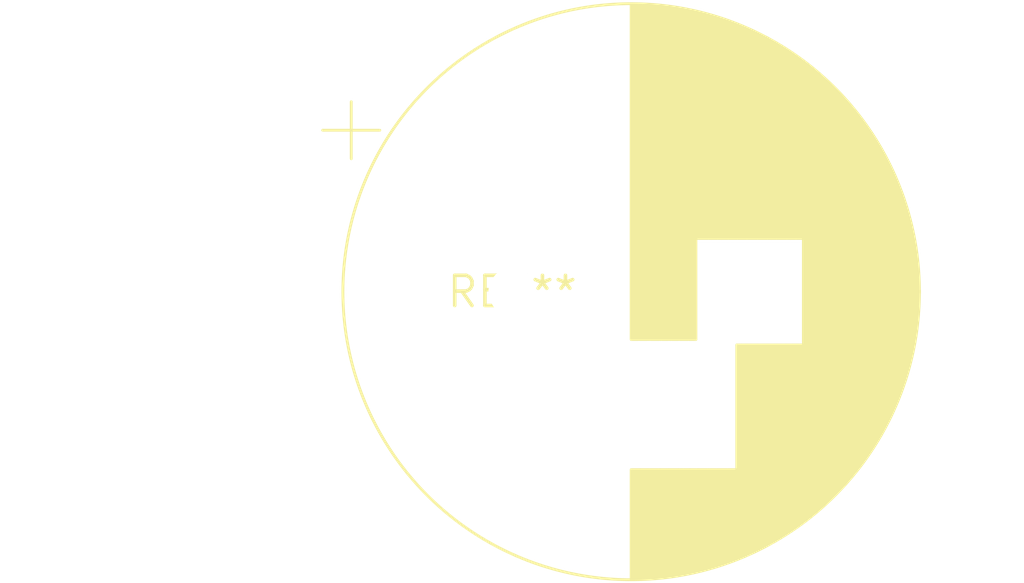
<source format=kicad_pcb>
(kicad_pcb (version 20240108) (generator pcbnew)
  (layers (0 "F.Cu" signal) (31 "B.Cu" signal) (34 "B.Paste" user) (35 "F.Paste" user) (36 "B.SilkS" user "B.Silkscreen") (37 "F.SilkS" user "F.Silkscreen") (38 "B.Mask" user) (39 "F.Mask" user) (44 "Edge.Cuts" user))
  (net 0 "")
  (footprint "CP_Radial_D24.0mm_P10.00mm_3pin_SnapIn" (layer "F.Cu") (at 0 0)
    (property "Reference" "REF**")
    (property "Value" "CP_Radial_D24.0mm_P10.00mm_3pin_SnapIn")
    (fp_line (start -7.969285 -6.795) (end -5.569285 -6.795) (layer "F.SilkS") (stroke (width 0.12)))
    (fp_line (start -6.769285 -7.995) (end -6.769285 -5.595) (layer "F.SilkS") (stroke (width 0.12)))
    (fp_line (start 5 -12.081) (end 5 2.01) (layer "F.SilkS") (stroke (width 0.12)))
    (fp_line (start 5 7.49) (end 5 12.081) (layer "F.SilkS") (stroke (width 0.12)))
    (fp_line (start 5.04 -12.08) (end 5.04 2.01) (layer "F.SilkS") (stroke (width 0.12)))
    (fp_line (start 5.04 7.49) (end 5.04 12.08) (layer "F.SilkS") (stroke (width 0.12)))
    (fp_line (start 5.08 -12.08) (end 5.08 2.01) (layer "F.SilkS") (stroke (width 0.12)))
    (fp_line (start 5.08 7.49) (end 5.08 12.08) (layer "F.SilkS") (stroke (width 0.12)))
    (fp_line (start 5.12 -12.08) (end 5.12 2.01) (layer "F.SilkS") (stroke (width 0.12)))
    (fp_line (start 5.12 7.49) (end 5.12 12.08) (layer "F.SilkS") (stroke (width 0.12)))
    (fp_line (start 5.16 -12.079) (end 5.16 2.01) (layer "F.SilkS") (stroke (width 0.12)))
    (fp_line (start 5.16 7.49) (end 5.16 12.079) (layer "F.SilkS") (stroke (width 0.12)))
    (fp_line (start 5.2 -12.079) (end 5.2 2.01) (layer "F.SilkS") (stroke (width 0.12)))
    (fp_line (start 5.2 7.49) (end 5.2 12.079) (layer "F.SilkS") (stroke (width 0.12)))
    (fp_line (start 5.24 -12.078) (end 5.24 2.01) (layer "F.SilkS") (stroke (width 0.12)))
    (fp_line (start 5.24 7.49) (end 5.24 12.078) (layer "F.SilkS") (stroke (width 0.12)))
    (fp_line (start 5.28 -12.077) (end 5.28 2.01) (layer "F.SilkS") (stroke (width 0.12)))
    (fp_line (start 5.28 7.49) (end 5.28 12.077) (layer "F.SilkS") (stroke (width 0.12)))
    (fp_line (start 5.32 -12.076) (end 5.32 2.01) (layer "F.SilkS") (stroke (width 0.12)))
    (fp_line (start 5.32 7.49) (end 5.32 12.076) (layer "F.SilkS") (stroke (width 0.12)))
    (fp_line (start 5.36 -12.075) (end 5.36 2.01) (layer "F.SilkS") (stroke (width 0.12)))
    (fp_line (start 5.36 7.49) (end 5.36 12.075) (layer "F.SilkS") (stroke (width 0.12)))
    (fp_line (start 5.4 -12.074) (end 5.4 2.01) (layer "F.SilkS") (stroke (width 0.12)))
    (fp_line (start 5.4 7.49) (end 5.4 12.074) (layer "F.SilkS") (stroke (width 0.12)))
    (fp_line (start 5.44 -12.073) (end 5.44 2.01) (layer "F.SilkS") (stroke (width 0.12)))
    (fp_line (start 5.44 7.49) (end 5.44 12.073) (layer "F.SilkS") (stroke (width 0.12)))
    (fp_line (start 5.48 -12.071) (end 5.48 2.01) (layer "F.SilkS") (stroke (width 0.12)))
    (fp_line (start 5.48 7.49) (end 5.48 12.071) (layer "F.SilkS") (stroke (width 0.12)))
    (fp_line (start 5.52 -12.069) (end 5.52 2.01) (layer "F.SilkS") (stroke (width 0.12)))
    (fp_line (start 5.52 7.49) (end 5.52 12.069) (layer "F.SilkS") (stroke (width 0.12)))
    (fp_line (start 5.56 -12.068) (end 5.56 2.01) (layer "F.SilkS") (stroke (width 0.12)))
    (fp_line (start 5.56 7.49) (end 5.56 12.068) (layer "F.SilkS") (stroke (width 0.12)))
    (fp_line (start 5.6 -12.066) (end 5.6 2.01) (layer "F.SilkS") (stroke (width 0.12)))
    (fp_line (start 5.6 7.49) (end 5.6 12.066) (layer "F.SilkS") (stroke (width 0.12)))
    (fp_line (start 5.64 -12.064) (end 5.64 2.01) (layer "F.SilkS") (stroke (width 0.12)))
    (fp_line (start 5.64 7.49) (end 5.64 12.064) (layer "F.SilkS") (stroke (width 0.12)))
    (fp_line (start 5.68 -12.061) (end 5.68 2.01) (layer "F.SilkS") (stroke (width 0.12)))
    (fp_line (start 5.68 7.49) (end 5.68 12.061) (layer "F.SilkS") (stroke (width 0.12)))
    (fp_line (start 5.721 -12.059) (end 5.721 2.01) (layer "F.SilkS") (stroke (width 0.12)))
    (fp_line (start 5.721 7.49) (end 5.721 12.059) (layer "F.SilkS") (stroke (width 0.12)))
    (fp_line (start 5.761 -12.057) (end 5.761 2.01) (layer "F.SilkS") (stroke (width 0.12)))
    (fp_line (start 5.761 7.49) (end 5.761 12.057) (layer "F.SilkS") (stroke (width 0.12)))
    (fp_line (start 5.801 -12.054) (end 5.801 2.01) (layer "F.SilkS") (stroke (width 0.12)))
    (fp_line (start 5.801 7.49) (end 5.801 12.054) (layer "F.SilkS") (stroke (width 0.12)))
    (fp_line (start 5.841 -12.051) (end 5.841 2.01) (layer "F.SilkS") (stroke (width 0.12)))
    (fp_line (start 5.841 7.49) (end 5.841 12.051) (layer "F.SilkS") (stroke (width 0.12)))
    (fp_line (start 5.881 -12.049) (end 5.881 2.01) (layer "F.SilkS") (stroke (width 0.12)))
    (fp_line (start 5.881 7.49) (end 5.881 12.049) (layer "F.SilkS") (stroke (width 0.12)))
    (fp_line (start 5.921 -12.046) (end 5.921 2.01) (layer "F.SilkS") (stroke (width 0.12)))
    (fp_line (start 5.921 7.49) (end 5.921 12.046) (layer "F.SilkS") (stroke (width 0.12)))
    (fp_line (start 5.961 -12.042) (end 5.961 2.01) (layer "F.SilkS") (stroke (width 0.12)))
    (fp_line (start 5.961 7.49) (end 5.961 12.042) (layer "F.SilkS") (stroke (width 0.12)))
    (fp_line (start 6.001 -12.039) (end 6.001 2.01) (layer "F.SilkS") (stroke (width 0.12)))
    (fp_line (start 6.001 7.49) (end 6.001 12.039) (layer "F.SilkS") (stroke (width 0.12)))
    (fp_line (start 6.041 -12.036) (end 6.041 2.01) (layer "F.SilkS") (stroke (width 0.12)))
    (fp_line (start 6.041 7.49) (end 6.041 12.036) (layer "F.SilkS") (stroke (width 0.12)))
    (fp_line (start 6.081 -12.032) (end 6.081 2.01) (layer "F.SilkS") (stroke (width 0.12)))
    (fp_line (start 6.081 7.49) (end 6.081 12.032) (layer "F.SilkS") (stroke (width 0.12)))
    (fp_line (start 6.121 -12.029) (end 6.121 2.01) (layer "F.SilkS") (stroke (width 0.12)))
    (fp_line (start 6.121 7.49) (end 6.121 12.029) (layer "F.SilkS") (stroke (width 0.12)))
    (fp_line (start 6.161 -12.025) (end 6.161 2.01) (layer "F.SilkS") (stroke (width 0.12)))
    (fp_line (start 6.161 7.49) (end 6.161 12.025) (layer "F.SilkS") (stroke (width 0.12)))
    (fp_line (start 6.201 -12.021) (end 6.201 2.01) (layer "F.SilkS") (stroke (width 0.12)))
    (fp_line (start 6.201 7.49) (end 6.201 12.021) (layer "F.SilkS") (stroke (width 0.12)))
    (fp_line (start 6.241 -12.017) (end 6.241 2.01) (layer "F.SilkS") (stroke (width 0.12)))
    (fp_line (start 6.241 7.49) (end 6.241 12.017) (layer "F.SilkS") (stroke (width 0.12)))
    (fp_line (start 6.281 -12.013) (end 6.281 2.01) (layer "F.SilkS") (stroke (width 0.12)))
    (fp_line (start 6.281 7.49) (end 6.281 12.013) (layer "F.SilkS") (stroke (width 0.12)))
    (fp_line (start 6.321 -12.008) (end 6.321 2.01) (layer "F.SilkS") (stroke (width 0.12)))
    (fp_line (start 6.321 7.49) (end 6.321 12.008) (layer "F.SilkS") (stroke (width 0.12)))
    (fp_line (start 6.361 -12.004) (end 6.361 2.01) (layer "F.SilkS") (stroke (width 0.12)))
    (fp_line (start 6.361 7.49) (end 6.361 12.004) (layer "F.SilkS") (stroke (width 0.12)))
    (fp_line (start 6.401 -11.999) (end 6.401 2.01) (layer "F.SilkS") (stroke (width 0.12)))
    (fp_line (start 6.401 7.49) (end 6.401 11.999) (layer "F.SilkS") (stroke (width 0.12)))
    (fp_line (start 6.441 -11.995) (end 6.441 2.01) (layer "F.SilkS") (stroke (width 0.12)))
    (fp_line (start 6.441 7.49) (end 6.441 11.995) (layer "F.SilkS") (stroke (width 0.12)))
    (fp_line (start 6.481 -11.99) (end 6.481 2.01) (layer "F.SilkS") (stroke (width 0.12)))
    (fp_line (start 6.481 7.49) (end 6.481 11.99) (layer "F.SilkS") (stroke (width 0.12)))
    (fp_line (start 6.521 -11.985) (end 6.521 2.01) (layer "F.SilkS") (stroke (width 0.12)))
    (fp_line (start 6.521 7.49) (end 6.521 11.985) (layer "F.SilkS") (stroke (width 0.12)))
    (fp_line (start 6.561 -11.98) (end 6.561 2.01) (layer "F.SilkS") (stroke (width 0.12)))
    (fp_line (start 6.561 7.49) (end 6.561 11.98) (layer "F.SilkS") (stroke (width 0.12)))
    (fp_line (start 6.601 -11.974) (end 6.601 2.01) (layer "F.SilkS") (stroke (width 0.12)))
    (fp_line (start 6.601 7.49) (end 6.601 11.974) (layer "F.SilkS") (stroke (width 0.12)))
    (fp_line (start 6.641 -11.969) (end 6.641 2.01) (layer "F.SilkS") (stroke (width 0.12)))
    (fp_line (start 6.641 7.49) (end 6.641 11.969) (layer "F.SilkS") (stroke (width 0.12)))
    (fp_line (start 6.681 -11.963) (end 6.681 2.01) (layer "F.SilkS") (stroke (width 0.12)))
    (fp_line (start 6.681 7.49) (end 6.681 11.963) (layer "F.SilkS") (stroke (width 0.12)))
    (fp_line (start 6.721 -11.958) (end 6.721 2.01) (layer "F.SilkS") (stroke (width 0.12)))
    (fp_line (start 6.721 7.49) (end 6.721 11.958) (layer "F.SilkS") (stroke (width 0.12)))
    (fp_line (start 6.761 -11.952) (end 6.761 2.01) (layer "F.SilkS") (stroke (width 0.12)))
    (fp_line (start 6.761 7.49) (end 6.761 11.952) (layer "F.SilkS") (stroke (width 0.12)))
    (fp_line (start 6.801 -11.946) (end 6.801 2.01) (layer "F.SilkS") (stroke (width 0.12)))
    (fp_line (start 6.801 7.49) (end 6.801 11.946) (layer "F.SilkS") (stroke (width 0.12)))
    (fp_line (start 6.841 -11.94) (end 6.841 2.01) (layer "F.SilkS") (stroke (width 0.12)))
    (fp_line (start 6.841 7.49) (end 6.841 11.94) (layer "F.SilkS") (stroke (width 0.12)))
    (fp_line (start 6.881 -11.934) (end 6.881 2.01) (layer "F.SilkS") (stroke (width 0.12)))
    (fp_line (start 6.881 7.49) (end 6.881 11.934) (layer "F.SilkS") (stroke (width 0.12)))
    (fp_line (start 6.921 -11.927) (end 6.921 2.01) (layer "F.SilkS") (stroke (width 0.12)))
    (fp_line (start 6.921 7.49) (end 6.921 11.927) (layer "F.SilkS") (stroke (width 0.12)))
    (fp_line (start 6.961 -11.921) (end 6.961 2.01) (layer "F.SilkS") (stroke (width 0.12)))
    (fp_line (start 6.961 7.49) (end 6.961 11.921) (layer "F.SilkS") (stroke (width 0.12)))
    (fp_line (start 7.001 -11.914) (end 7.001 2.01) (layer "F.SilkS") (stroke (width 0.12)))
    (fp_line (start 7.001 7.49) (end 7.001 11.914) (layer "F.SilkS") (stroke (width 0.12)))
    (fp_line (start 7.041 -11.908) (end 7.041 2.01) (layer "F.SilkS") (stroke (width 0.12)))
    (fp_line (start 7.041 7.49) (end 7.041 11.908) (layer "F.SilkS") (stroke (width 0.12)))
    (fp_line (start 7.081 -11.901) (end 7.081 2.01) (layer "F.SilkS") (stroke (width 0.12)))
    (fp_line (start 7.081 7.49) (end 7.081 11.901) (layer "F.SilkS") (stroke (width 0.12)))
    (fp_line (start 7.121 -11.894) (end 7.121 2.01) (layer "F.SilkS") (stroke (width 0.12)))
    (fp_line (start 7.121 7.49) (end 7.121 11.894) (layer "F.SilkS") (stroke (width 0.12)))
    (fp_line (start 7.161 -11.886) (end 7.161 2.01) (layer "F.SilkS") (stroke (width 0.12)))
    (fp_line (start 7.161 7.49) (end 7.161 11.886) (layer "F.SilkS") (stroke (width 0.12)))
    (fp_line (start 7.201 -11.879) (end 7.201 2.01) (layer "F.SilkS") (stroke (width 0.12)))
    (fp_line (start 7.201 7.49) (end 7.201 11.879) (layer "F.SilkS") (stroke (width 0.12)))
    (fp_line (start 7.241 -11.872) (end 7.241 2.01) (layer "F.SilkS") (stroke (width 0.12)))
    (fp_line (start 7.241 7.49) (end 7.241 11.872) (layer "F.SilkS") (stroke (width 0.12)))
    (fp_line (start 7.281 -11.864) (end 7.281 2.01) (layer "F.SilkS") (stroke (width 0.12)))
    (fp_line (start 7.281 7.49) (end 7.281 11.864) (layer "F.SilkS") (stroke (width 0.12)))
    (fp_line (start 7.321 -11.856) (end 7.321 2.01) (layer "F.SilkS") (stroke (width 0.12)))
    (fp_line (start 7.321 7.49) (end 7.321 11.856) (layer "F.SilkS") (stroke (width 0.12)))
    (fp_line (start 7.361 -11.849) (end 7.361 2.01) (layer "F.SilkS") (stroke (width 0.12)))
    (fp_line (start 7.361 7.49) (end 7.361 11.849) (layer "F.SilkS") (stroke (width 0.12)))
    (fp_line (start 7.401 -11.841) (end 7.401 2.01) (layer "F.SilkS") (stroke (width 0.12)))
    (fp_line (start 7.401 7.49) (end 7.401 11.841) (layer "F.SilkS") (stroke (width 0.12)))
    (fp_line (start 7.441 -11.832) (end 7.441 2.01) (layer "F.SilkS") (stroke (width 0.12)))
    (fp_line (start 7.441 7.49) (end 7.441 11.832) (layer "F.SilkS") (stroke (width 0.12)))
    (fp_line (start 7.481 -11.824) (end 7.481 2.01) (layer "F.SilkS") (stroke (width 0.12)))
    (fp_line (start 7.481 7.49) (end 7.481 11.824) (layer "F.SilkS") (stroke (width 0.12)))
    (fp_line (start 7.521 -11.816) (end 7.521 2.01) (layer "F.SilkS") (stroke (width 0.12)))
    (fp_line (start 7.521 7.49) (end 7.521 11.816) (layer "F.SilkS") (stroke (width 0.12)))
    (fp_line (start 7.561 -11.807) (end 7.561 2.01) (layer "F.SilkS") (stroke (width 0.12)))
    (fp_line (start 7.561 7.49) (end 7.561 11.807) (layer "F.SilkS") (stroke (width 0.12)))
    (fp_line (start 7.601 -11.798) (end 7.601 2.01) (layer "F.SilkS") (stroke (width 0.12)))
    (fp_line (start 7.601 7.49) (end 7.601 11.798) (layer "F.SilkS") (stroke (width 0.12)))
    (fp_line (start 7.641 -11.789) (end 7.641 2.01) (layer "F.SilkS") (stroke (width 0.12)))
    (fp_line (start 7.641 7.49) (end 7.641 11.789) (layer "F.SilkS") (stroke (width 0.12)))
    (fp_line (start 7.681 -11.78) (end 7.681 2.01) (layer "F.SilkS") (stroke (width 0.12)))
    (fp_line (start 7.681 7.49) (end 7.681 11.78) (layer "F.SilkS") (stroke (width 0.12)))
    (fp_line (start 7.721 -11.771) (end 7.721 2.01) (layer "F.SilkS") (stroke (width 0.12)))
    (fp_line (start 7.721 7.49) (end 7.721 11.771) (layer "F.SilkS") (stroke (width 0.12)))
    (fp_line (start 7.761 -11.762) (end 7.761 -2.24) (layer "F.SilkS") (stroke (width 0.12)))
    (fp_line (start 7.761 7.49) (end 7.761 11.762) (layer "F.SilkS") (stroke (width 0.12)))
    (fp_line (start 7.801 -11.753) (end 7.801 -2.24) (layer "F.SilkS") (stroke (width 0.12)))
    (fp_line (start 7.801 7.49) (end 7.801 11.753) (layer "F.SilkS") (stroke (width 0.12)))
    (fp_line (start 7.841 -11.743) (end 7.841 -2.24) (layer "F.SilkS") (stroke (width 0.12)))
    (fp_line (start 7.841 7.49) (end 7.841 11.743) (layer "F.SilkS") (stroke (width 0.12)))
    (fp_line (start 7.881 -11.733) (end 7.881 -2.24) (layer "F.SilkS") (stroke (width 0.12)))
    (fp_line (start 7.881 7.49) (end 7.881 11.733) (layer "F.SilkS") (stroke (width 0.12)))
    (fp_line (start 7.921 -11.723) (end 7.921 -2.24) (layer "F.SilkS") (stroke (width 0.12)))
    (fp_line (start 7.921 7.49) (end 7.921 11.723) (layer "F.SilkS") (stroke (width 0.12)))
    (fp_line (start 7.961 -11.713) (end 7.961 -2.24) (layer "F.SilkS") (stroke (width 0.12)))
    (fp_line (start 7.961 7.49) (end 7.961 11.713) (layer "F.SilkS") (stroke (width 0.12)))
    (fp_line (start 8.001 -11.703) (end 8.001 -2.24) (layer "F.SilkS") (stroke (width 0.12)))
    (fp_line (start 8.001 7.49) (end 8.001 11.703) (layer "F.SilkS") (stroke (width 0.12)))
    (fp_line (start 8.041 -11.693) (end 8.041 -2.24) (layer "F.SilkS") (stroke (width 0.12)))
    (fp_line (start 8.041 7.49) (end 8.041 11.693) (layer "F.SilkS") (stroke (width 0.12)))
    (fp_line (start 8.081 -11.683) (end 8.081 -2.24) (layer "F.SilkS") (stroke (width 0.12)))
    (fp_line (start 8.081 7.49) (end 8.081 11.683) (layer "F.SilkS") (stroke (width 0.12)))
    (fp_line (start 8.121 -11.672) (end 8.121 -2.24) (layer "F.SilkS") (stroke (width 0.12)))
    (fp_line (start 8.121 7.49) (end 8.121 11.672) (layer "F.SilkS") (stroke (width 0.12)))
    (fp_line (start 8.161 -11.661) (end 8.161 -2.24) (layer "F.SilkS") (stroke (width 0.12)))
    (fp_line (start 8.161 7.49) (end 8.161 11.661) (layer "F.SilkS") (stroke (width 0.12)))
    (fp_line (start 8.201 -11.65) (end 8.201 -2.24) (layer "F.SilkS") (stroke (width 0.12)))
    (fp_line (start 8.201 7.49) (end 8.201 11.65) (layer "F.SilkS") (stroke (width 0.12)))
    (fp_line (start 8.241 -11.639) (end 8.241 -2.24) (layer "F.SilkS") (stroke (width 0.12)))
    (fp_line (start 8.241 7.49) (end 8.241 11.639) (layer "F.SilkS") (stroke (width 0.12)))
    (fp_line (start 8.281 -11.628) (end 8.281 -2.24) (layer "F.SilkS") (stroke (width 0.12)))
    (fp_line (start 8.281 7.49) (end 8.281 11.628) (layer "F.SilkS") (stroke (width 0.12)))
    (fp_line (start 8.321 -11.617) (end 8.321 -2.24) (layer "F.SilkS") (stroke (width 0.12)))
    (fp_line (start 8.321 7.49) (end 8.321 11.617) (layer "F.SilkS") (stroke (width 0.12)))
    (fp_line (start 8.361 -11.605) (end 8.361 -2.24) (layer "F.SilkS") (stroke (width 0.12)))
    (fp_line (start 8.361 7.49) (end 8.361 11.605) (layer "F.SilkS") (stroke (width 0.12)))
    (fp_line (start 8.401 -11.594) (end 8.401 -2.24) (layer "F.SilkS") (stroke (width 0.12)))
    (fp_line (start 8.401 7.49) (end 8.401 11.594) (layer "F.SilkS") (stroke (width 0.12)))
    (fp_line (start 8.441 -11.582) (end 8.441 -2.24) (layer "F.SilkS") (stroke (width 0.12)))
    (fp_line (start 8.441 7.49) (end 8.441 11.582) (layer "F.SilkS") (stroke (width 0.12)))
    (fp_line (start 8.481 -11.57) (end 8.481 -2.24) (layer "F.SilkS") (stroke (width 0.12)))
    (fp_line (start 8.481 7.49) (end 8.481 11.57) (layer "F.SilkS") (stroke (width 0.12)))
    (fp_line (start 8.521 -11.558) (end 8.521 -2.24) (layer "F.SilkS") (stroke (width 0.12)))
    (fp_line (start 8.521 7.49) (end 8.521 11.558) (layer "F.SilkS") (stroke (width 0.12)))
    (fp_line (start 8.561 -11.546) (end 8.561 -2.24) (layer "F.SilkS") (stroke (width 0.12)))
    (fp_line (start 8.561 7.49) (end 8.561 11.546) (layer "F.SilkS") (stroke (width 0.12)))
    (fp_line (start 8.601 -11.534) (end 8.601 -2.24) (layer "F.SilkS") (stroke (width 0.12)))
    (fp_line (start 8.601 7.49) (end 8.601 11.534) (layer "F.SilkS") (stroke (width 0.12)))
    (fp_line (start 8.641 -11.521) (end 8.641 -2.24) (layer "F.SilkS") (stroke (width 0.12)))
    (fp_line (start 8.641 7.49) (end 8.641 11.521) (layer "F.SilkS") (stroke (width 0.12)))
    (fp_line (start 8.681 -11.508) (end 8.681 -2.24) (layer "F.SilkS") (stroke (width 0.12)))
    (fp_line (start 8.681 7.49) (end 8.681 11.508) (layer "F.SilkS") (stroke (width 0.12)))
    (fp_line (start 8.721 -11.495) (end 8.721 -2.24) (layer "F.SilkS") (stroke (width 0.12)))
    (fp_line (start 8.721 7.49) (end 8.721 11.495) (layer "F.SilkS") (stroke (width 0.12)))
    (fp_line (start 8.761 -11.483) (end 8.761 -2.24) (layer "F.SilkS") (stroke (width 0.12)))
    (fp_line (start 8.761 7.49) (end 8.761 11.483) (layer "F.SilkS") (stroke (width 0.12)))
    (fp_line (start 8.801 -11.469) (end 8.801 -2.24) (layer "F.SilkS") (stroke (width 0.12)))
    (fp_line (start 8.801 7.49) (end 8.801 11.469) (layer "F.SilkS") (stroke (width 0.12)))
    (fp_line (start 8.841 -11.456) (end 8.841 -2.24) (layer "F.SilkS") (stroke (width 0.12)))
    (fp_line (start 8.841 7.49) (end 8.841 11.456) (layer "F.SilkS") (stroke (width 0.12)))
    (fp_line (start 8.881 -11.443) (end 8.881 -2.24) (layer "F.SilkS") (stroke (width 0.12)))
    (fp_line (start 8.881 7.49) (end 8.881 11.443) (layer "F.SilkS") (stroke (width 0.12)))
    (fp_line (start 8.921 -11.429) (end 8.921 -2.24) (layer "F.SilkS") (stroke (width 0.12)))
    (fp_line (start 8.921 7.49) (end 8.921 11.429) (layer "F.SilkS") (stroke (width 0.12)))
    (fp_line (start 8.961 -11.415) (end 8.961 -2.24) (layer "F.SilkS") (stroke (width 0.12)))
    (fp_line (start 8.961 7.49) (end 8.961 11.415) (layer "F.SilkS") (stroke (width 0.12)))
    (fp_line (start 9.001 -11.401) (end 9.001 -2.24) (layer "F.SilkS") (stroke (width 0.12)))
    (fp_line (start 9.001 7.49) (end 9.001 11.401) (layer "F.SilkS") (stroke (width 0.12)))
    (fp_line (start 9.041 -11.387) (end 9.041 -2.24) (layer "F.SilkS") (stroke (width 0.12)))
    (fp_line (start 9.041 7.49) (end 9.041 11.387) (layer "F.SilkS") (stroke (width 0.12)))
    (fp_line (start 9.081 -11.373) (end 9.081 -2.24) (layer "F.SilkS") (stroke (width 0.12)))
    (fp_line (start 9.081 7.49) (end 9.081 11.373) (layer "F.SilkS") (stroke (width 0.12)))
    (fp_line (start 9.121 -11.359) (end 9.121 -2.24) (layer "F.SilkS") (stroke (width 0.12)))
    (fp_line (start 9.121 7.49) (end 9.121 11.359) (layer "F.SilkS") (stroke (width 0.12)))
    (fp_line (start 9.161 -11.344) (end 9.161 -2.24) (layer "F.SilkS") (stroke (width 0.12)))
    (fp_line (start 9.161 7.49) (end 9.161 11.344) (layer "F.SilkS") (stroke (width 0.12)))
    (fp_line (start 9.201 -11.33) (end 9.201 -2.24) (layer "F.SilkS") (stroke (width 0.12)))
    (fp_line (start 9.201 7.49) (end 9.201 11.33) (layer "F.SilkS") (stroke (width 0.12)))
    (fp_line (start 9.241 -11.315) (end 9.241 -2.24) (layer "F.SilkS") (stroke (width 0.12)))
    (fp_line (start 9.241 7.49) (end 9.241 11.315) (layer "F.SilkS") (stroke (width 0.12)))
    (fp_line (start 9.281 -11.3) (end 9.281 -2.24) (layer "F.SilkS") (stroke (width 0.12)))
    (fp_line (start 9.281 7.49) (end 9.281 11.3) (layer "F.SilkS") (stroke (width 0.12)))
    (fp_line (start 9.321 -11.284) (end 9.321 -2.24) (layer "F.SilkS") (stroke (width 0.12)))
    (fp_line (start 9.321 7.49) (end 9.321 11.284) (layer "F.SilkS") (stroke (width 0.12)))
    (fp_line (start 9.361 -11.269) (end 9.361 -2.24) (layer "F.SilkS") (stroke (width 0.12)))
    (fp_line (start 9.361 7.49) (end 9.361 11.269) (layer "F.SilkS") (stroke (width 0.12)))
    (fp_line (start 9.401 -11.254) (end 9.401 -2.24) (layer "F.SilkS") (stroke (width 0.12)))
    (fp_line (start 9.401 7.49) (end 9.401 11.254) (layer "F.SilkS") (stroke (width 0.12)))
    (fp_line (start 9.441 -11.238) (end 9.441 -2.24) (layer "F.SilkS") (stroke (width 0.12)))
    (fp_line (start 9.441 2.24) (end 9.441 11.238) (layer "F.SilkS") (stroke (width 0.12)))
    (fp_line (start 9.481 -11.222) (end 9.481 -2.24) (layer "F.SilkS") (stroke (width 0.12)))
    (fp_line (start 9.481 2.24) (end 9.481 11.222) (layer "F.SilkS") (stroke (width 0.12)))
    (fp_line (start 9.521 -11.206) (end 9.521 -2.24) (layer "F.SilkS") (stroke (width 0.12)))
    (fp_line (start 9.521 2.24) (end 9.521 11.206) (layer "F.SilkS") (stroke (width 0.12)))
    (fp_line (start 9.561 -11.19) (end 9.561 -2.24) (layer "F.SilkS") (stroke (width 0.12)))
    (fp_line (start 9.561 2.24) (end 9.561 11.19) (layer "F.SilkS") (stroke (width 0.12)))
    (fp_line (start 9.601 -11.174) (end 9.601 -2.24) (layer "F.SilkS") (stroke (width 0.12)))
    (fp_line (start 9.601 2.24) (end 9.601 11.174) (layer "F.SilkS") (stroke (width 0.12)))
    (fp_line (start 9.641 -11.157) (end 9.641 -2.24) (layer "F.SilkS") (stroke (width 0.12)))
    (fp_line (start 9.641 2.24) (end 9.641 11.157) (layer "F.SilkS") (stroke (width 0.12)))
    (fp_line (start 9.681 -11.14) (end 9.681 -2.24) (layer "F.SilkS") (stroke (width 0.12)))
    (fp_line (start 9.681 2.24) (end 9.681 11.14) (layer "F.SilkS") (stroke (width 0.12)))
    (fp_line (start 9.721 -11.124) (end 9.721 -2.24) (layer "F.SilkS") (stroke (width 0.12)))
    (fp_line (start 9.721 2.24) (end 9.721 11.124) (layer "F.SilkS") (stroke (width 0.12)))
    (fp_line (start 9.761 -11.107) (end 9.761 -2.24) (layer "F.SilkS") (stroke (width 0.12)))
    (fp_line (start 9.761 2.24) (end 9.761 11.107) (layer "F.SilkS") (stroke (width 0.12)))
    (fp_line (start 9.801 -11.089) (end 9.801 -2.24) (layer "F.SilkS") (stroke (width 0.12)))
    (fp_line (start 9.801 2.24) (end 9.801 11.089) (layer "F.SilkS") (stroke (width 0.12)))
    (fp_line (start 9.841 -11.072) (end 9.841 -2.24) (layer "F.SilkS") (stroke (width 0.12)))
    (fp_line (start 9.841 2.24) (end 9.841 11.072) (layer "F.SilkS") (stroke (width 0.12)))
    (fp_line (start 9.881 -11.055) (end 9.881 -2.24) (layer "F.SilkS") (stroke (width 0.12)))
    (fp_line (start 9.881 2.24) (end 9.881 11.055) (layer "F.SilkS") (stroke (width 0.12)))
    (fp_line (start 9.921 -11.037) (end 9.921 -2.24) (layer "F.SilkS") (stroke (width 0.12)))
    (fp_line (start 9.921 2.24) (end 9.921 11.037) (layer "F.SilkS") (stroke (width 0.12)))
    (fp_line (start 9.961 -11.019) (end 9.961 -2.24) (layer "F.SilkS") (stroke (width 0.12)))
    (fp_line (start 9.961 2.24) (end 9.961 11.019) (layer "F.SilkS") (stroke (width 0.12)))
    (fp_line (start 10.001 -11.001) (end 10.001 -2.24) (layer "F.SilkS") (stroke (width 0.12)))
    (fp_line (start 10.001 2.24) (end 10.001 11.001) (layer "F.SilkS") (stroke (width 0.12)))
    (fp_line (start 10.041 -10.983) (end 10.041 -2.24) (layer "F.SilkS") (stroke (width 0.12)))
    (fp_line (start 10.041 2.24) (end 10.041 10.983) (layer "F.SilkS") (stroke (width 0.12)))
    (fp_line (start 10.081 -10.964) (end 10.081 -2.24) (layer "F.SilkS") (stroke (width 0.12)))
    (fp_line (start 10.081 2.24) (end 10.081 10.964) (layer "F.SilkS") (stroke (width 0.12)))
    (fp_line (start 10.121 -10.946) (end 10.121 -2.24) (layer "F.SilkS") (stroke (width 0.12)))
    (fp_line (start 10.121 2.24) (end 10.121 10.946) (layer "F.SilkS") (stroke (width 0.12)))
    (fp_line (start 10.161 -10.927) (end 10.161 -2.24) (layer "F.SilkS") (stroke (width 0.12)))
    (fp_line (start 10.161 2.24) (end 10.161 10.927) (layer "F.SilkS") (stroke (width 0.12)))
    (fp_line (start 10.201 -10.908) (end 10.201 -2.24) (layer "F.SilkS") (stroke (width 0.12)))
    (fp_line (start 10.201 2.24) (end 10.201 10.908) (layer "F.SilkS") (stroke (width 0.12)))
    (fp_line (start 10.241 -10.889) (end 10.241 -2.24) (layer "F.SilkS") (stroke (width 0.12)))
    (fp_line (start 10.241 2.24) (end 10.241 10.889) (layer "F.SilkS") (stroke (width 0.12)))
    (fp_line (start 10.281 -10.87) (end 10.281 -2.24) (layer "F.SilkS") (stroke (width 0.12)))
    (fp_line (start 10.281 2.24) (end 10.281 10.87) (layer "F.SilkS") (stroke (width 0.12)))
    (fp_line (start 10.321 -10.85) (end 10.321 -2.24) (layer "F.SilkS") (stroke (width 0.12)))
    (fp_line (start 10.321 2.24) (end 10.321 10.85) (layer "F.SilkS") (stroke (width 0.12)))
    (fp_line (start 10.361 -10.831) (end 10.361 -2.24) (layer "F.SilkS") (stroke (width 0.12)))
    (fp_line (start 10.361 2.24) (end 10.361 10.831) (layer "F.SilkS") (stroke (width 0.12)))
    (fp_line (start 10.401 -10.811) (end 10.401 -2.24) (layer "F.SilkS") (stroke (width 0.12)))
    (fp_line (start 10.401 2.24) (end 10.401 10.811) (layer "F.SilkS") (stroke (width 0.12)))
    (fp_line (start 10.441 -10.791) (end 10.441 -2.24) (layer "F.SilkS") (stroke (width 0.12)))
    (fp_line (start 10.441 2.24) (end 10.441 10.791) (layer "F.SilkS") (stroke (width 0.12)))
    (fp_line (start 10.481 -10.771) (end 10.481 -2.24) (layer "F.SilkS") (stroke (width 0.12)))
    (fp_line (start 10.481 2.24) (end 10.481 10.771) (layer "F.SilkS") (stroke (width 0.12)))
    (fp_line (start 10.521 -10.75) (end 10.521 -2.24) (layer "F.SilkS") (stroke (width 0.12)))
    (fp_line (start 10.521 2.24) (end 10.521 10.75) (layer "F.SilkS") (stroke (width 0.12)))
    (fp_line (start 10.561 -10.73) (end 10.561 -2.24) (layer "F.SilkS") (stroke (width 0.12)))
    (fp_line (start 10.561 2.24) (end 10.561 10.73) (layer "F.SilkS") (stroke (width 0.12)))
    (fp_line (start 10.601 -10.709) (end 10.601 -2.24) (layer "F.SilkS") (stroke (width 0.12)))
    (fp_line (start 10.601 2.24) (end 10.601 10.709) (layer "F.SilkS") (stroke (width 0.12)))
    (fp_line (start 10.641 -10.688) (end 10.641 -2.24) (layer "F.SilkS") (stroke (width 0.12)))
    (fp_line (start 10.641 2.24) (end 10.641 10.688) (layer "F.SilkS") (stroke (width 0.12)))
    (fp_line (start 10.681 -10.667) (end 10.681 -2.24) (layer "F.SilkS") (stroke (width 0.12)))
    (fp_line (start 10.681 2.24) (end 10.681 10.667) (layer "F.SilkS") (stroke (width 0.12)))
    (fp_line (start 10.721 -10.646) (end 10.721 -2.24) (layer "F.SilkS") (stroke (width 0.12)))
    (fp_line (start 10.721 2.24) (end 10.721 10.646) (layer "F.SilkS") (stroke (width 0.12)))
    (fp_line (start 10.761 -10.624) (end 10.761 -2.24) (layer "F.SilkS") (stroke (width 0.12)))
    (fp_line (start 10.761 2.24) (end 10.761 10.624) (layer "F.SilkS") (stroke (width 0.12)))
    (fp_line (start 10.801 -10.603) (end 10.801 -2.24) (layer "F.SilkS") (stroke (width 0.12)))
    (fp_line (start 10.801 2.24) (end 10.801 10.603) (layer "F.SilkS") (stroke (width 0.12)))
    (fp_line (start 10.841 -10.581) (end 10.841 -2.24) (layer "F.SilkS") (stroke (width 0.12)))
    (fp_line (start 10.841 2.24) (end 10.841 10.581) (layer "F.SilkS") (stroke (width 0.12)))
    (fp_line (start 10.881 -10.559) (end 10.881 -2.24) (layer "F.SilkS") (stroke (width 0.12)))
    (fp_line (start 10.881 2.24) (end 10.881 10.559) (layer "F.SilkS") (stroke (width 0.12)))
    (fp_line (start 10.921 -10.536) (end 10.921 -2.24) (layer "F.SilkS") (stroke (width 0.12)))
    (fp_line (start 10.921 2.24) (end 10.921 10.536) (layer "F.SilkS") (stroke (width 0.12)))
    (fp_line (start 10.961 -10.514) (end 10.961 -2.24) (layer "F.SilkS") (stroke (width 0.12)))
    (fp_line (start 10.961 2.24) (end 10.961 10.514) (layer "F.SilkS") (stroke (width 0.12)))
    (fp_line (start 11.001 -10.491) (end 11.001 -2.24) (layer "F.SilkS") (stroke (width 0.12)))
    (fp_line (start 11.001 2.24) (end 11.001 10.491) (layer "F.SilkS") (stroke (width 0.12)))
    (fp_line (start 11.041 -10.468) (end 11.041 -2.24) (layer "F.SilkS") (stroke (width 0.12)))
    (fp_line (start 11.041 2.24) (end 11.041 10.468) (layer "F.SilkS") (stroke (width 0.12)))
    (fp_line (start 11.081 -10.445) (end 11.081 -2.24) (layer "F.SilkS") (stroke (width 0.12)))
    (fp_line (start 11.081 2.24) (end 11.081 10.445) (layer "F.SilkS") (stroke (width 0.12)))
    (fp_line (start 11.121 -10.422) (end 11.121 -2.24) (layer "F.SilkS") (stroke (width 0.12)))
    (fp_line (start 11.121 2.24) (end 11.121 10.422) (layer "F.SilkS") (stroke (width 0.12)))
    (fp_line (start 11.161 -10.398) (end 11.161 -2.24) (layer "F.SilkS") (stroke (width 0.12)))
    (fp_line (start 11.161 2.24) (end 11.161 10.398) (layer "F.SilkS") (stroke (width 0.12)))
    (fp_line (start 11.201 -10.375) (end 11.201 -2.24) (layer "F.SilkS") (stroke (width 0.12)))
    (fp_line (start 11.201 2.24) (end 11.201 10.375) (layer "F.SilkS") (stroke (width 0.12)))
    (fp_line (start 11.241 -10.351) (end 11.241 -2.24) (layer "F.SilkS") (stroke (width 0.12)))
    (fp_line (start 11.241 2.24) (end 11.241 10.351) (layer "F.SilkS") (stroke (width 0.12)))
    (fp_line (start 11.281 -10.327) (end 11.281 -2.24) (layer "F.SilkS") (stroke (width 0.12)))
    (fp_line (start 11.281 2.24) (end 11.281 10.327) (layer "F.SilkS") (stroke (width 0.12)))
    (fp_line (start 11.321 -10.302) (end 11.321 -2.24) (layer "F.SilkS") (stroke (width 0.12)))
    (fp_line (start 11.321 2.24) (end 11.321 10.302) (layer "F.SilkS") (stroke (width 0.12)))
    (fp_line (start 11.361 -10.278) (end 11.361 -2.24) (layer "F.SilkS") (stroke (width 0.12)))
    (fp_line (start 11.361 2.24) (end 11.361 10.278) (layer "F.SilkS") (stroke (width 0.12)))
    (fp_line (start 11.401 -10.253) (end 11.401 -2.24) (layer "F.SilkS") (stroke (width 0.12)))
    (fp_line (start 11.401 2.24) (end 11.401 10.253) (layer "F.SilkS") (stroke (width 0.12)))
    (fp_line (start 11.441 -10.228) (end 11.441 -2.24) (layer "F.SilkS") (stroke (width 0.12)))
    (fp_line (start 11.441 2.24) (end 11.441 10.228) (layer "F.SilkS") (stroke (width 0.12)))
    (fp_line (start 11.481 -10.203) (end 11.481 -2.24) (layer "F.SilkS") (stroke (width 0.12)))
    (fp_line (start 11.481 2.24) (end 11.481 10.203) (layer "F.SilkS") (stroke (width 0.12)))
    (fp_line (start 11.521 -10.177) (end 11.521 -2.24) (layer "F.SilkS") (stroke (width 0.12)))
    (fp_line (start 11.521 2.24) (end 11.521 10.177) (layer "F.SilkS") (stroke (width 0.12)))
    (fp_line (start 11.561 -10.152) (end 11.561 -2.24) (layer "F.SilkS") (stroke (width 0.12)))
    (fp_line (start 11.561 2.24) (end 11.561 10.152) (layer "F.SilkS") (stroke (width 0.12)))
    (fp_line (start 11.601 -10.126) (end 11.601 -2.24) (layer "F.SilkS") (stroke (width 0.12)))
    (fp_line (start 11.601 2.24) (end 11.601 10.126) (layer "F.SilkS") (stroke (width 0.12)))
    (fp_line (start 11.641 -10.1) (end 11.641 -2.24) (layer "F.SilkS") (stroke (width 0.12)))
    (fp_line (start 11.641 2.24) (end 11.641 10.1) (layer "F.SilkS") (stroke (width 0.12)))
    (fp_line (start 11.681 -10.073) (end 11.681 -2.24) (layer "F.SilkS") (stroke (width 0.12)))
    (fp_line (start 11.681 2.24) (end 11.681 10.073) (layer "F.SilkS") (stroke (width 0.12)))
    (fp_line (start 11.721 -10.047) (end 11.721 -2.24) (layer "F.SilkS") (stroke (width 0.12)))
    (fp_line (start 11.721 2.24) (end 11.721 10.047) (layer "F.SilkS") (stroke (width 0.12)))
    (fp_line (start 11.761 -10.02) (end 11.761 -2.24) (layer "F.SilkS") (stroke (width 0.12)))
    (fp_line (start 11.761 2.24) (end 11.761 10.02) (layer "F.SilkS") (stroke (width 0.12)))
    (fp_line (start 11.801 -9.993) (end 11.801 -2.24) (layer "F.SilkS") (stroke (width 0.12)))
    (fp_line (start 11.801 2.24) (end 11.801 9.993) (layer "F.SilkS") (stroke (width 0.12)))
    (fp_line (start 11.841 -9.966) (end 11.841 -2.24) (layer "F.SilkS") (stroke (width 0.12)))
    (fp_line (start 11.841 2.24) (end 11.841 9.966) (layer "F.SilkS") (stroke (width 0.12)))
    (fp_line (start 11.881 -9.938) (end 11.881 -2.24) (layer "F.SilkS") (stroke (width 0.12)))
    (fp_line (start 11.881 2.24) (end 11.881 9.938) (layer "F.SilkS") (stroke (width 0.12)))
    (fp_line (start 11.921 -9.911) (end 11.921 -2.24) (layer "F.SilkS") (stroke (width 0.12)))
    (fp_line (start 11.921 2.24) (end 11.921 9.911) (layer "F.SilkS") (stroke (width 0.12)))
    (fp_line (start 11.961 -9.883) (end 11.961 -2.24) (layer "F.SilkS") (stroke (width 0.12)))
    (fp_line (start 11.961 2.24) (end 11.961 9.883) (layer "F.SilkS") (stroke (width 0.12)))
    (fp_line (start 12.001 -9.855) (end 12.001 -2.24) (layer "F.SilkS") (stroke (width 0.12)))
    (fp_line (start 12.001 2.24) (end 12.001 9.855) (layer "F.SilkS") (stroke (width 0.12)))
    (fp_line (start 12.041 -9.826) (end 12.041 -2.24) (layer "F.SilkS") (stroke (width 0.12)))
    (fp_line (start 12.041 2.24) (end 12.041 9.826) (layer "F.SilkS") (stroke (width 0.12)))
    (fp_line (start 12.081 -9.798) (end 12.081 -2.24) (layer "F.SilkS") (stroke (width 0.12)))
    (fp_line (start 12.081 2.24) (end 12.081 9.798) (layer "F.SilkS") (stroke (width 0.12)))
    (fp_line (start 12.121 -9.769) (end 12.121 -2.24) (layer "F.SilkS") (stroke (width 0.12)))
    (fp_line (start 12.121 2.24) (end 12.121 9.769) (layer "F.SilkS") (stroke (width 0.12)))
    (fp_line (start 12.161 -9.739) (end 12.161 -2.24) (layer "F.SilkS") (stroke (width 0.12)))
    (fp_line (start 12.161 2.24) (end 12.161 9.739) (layer "F.SilkS") (stroke (width 0.12)))
    (fp_line (start 12.201 -9.71) (end 12.201 -2.24) (layer "F.SilkS") (stroke (width 0.12)))
    (fp_line (start 12.201 2.24) (end 12.201 9.71) (layer "F.SilkS") (stroke (width 0.12)))
    (fp_line (start 12.241 -9.68) (end 12.241 9.68) (layer "F.SilkS") (stroke (width 0.12)))
    (fp_line (start 12.281 -9.65) (end 12.281 9.65) (layer "F.SilkS") (stroke (width 0.12)))
    (fp_line (start 12.321 -9.62) (end 12.321 9.62) (layer "F.SilkS") (stroke (width 0.12)))
    (fp_line (start 12.361 -9.59) (end 12.361 9.59) (layer "F.SilkS") (stroke (width 0.12)))
    (fp_line (start 12.401 -9.559) (end 12.401 9.559) (layer "F.SilkS") (stroke (width 0.12)))
    (fp_line (start 12.441 -9.528) (end 12.441 9.528) (layer "F.SilkS") (stroke (width 0.12)))
    (fp_line (start 12.481 -9.497) (end 12.481 9.497) (layer "F.SilkS") (stroke (width 0.12)))
    (fp_line (start 12.521 -9.465) (end 12.521 9.465) (layer "F.SilkS") (stroke (width 0.12)))
    (fp_line (start 12.561 -9.434) (end 12.561 9.434) (layer "F.SilkS") (stroke (width 0.12)))
    (fp_line (start 12.601 -9.402) (end 12.601 9.402) (layer "F.SilkS") (stroke (width 0.12)))
    (fp_line (start 12.641 -9.369) (end 12.641 9.369) (layer "F.SilkS") (stroke (width 0.12)))
    (fp_line (start 12.681 -9.337) (end 12.681 9.337) (layer "F.SilkS") (stroke (width 0.12)))
    (fp_line (start 12.721 -9.304) (end 12.721 9.304) (layer "F.SilkS") (stroke (width 0.12)))
    (fp_line (start 12.761 -9.271) (end 12.761 9.271) (layer "F.SilkS") (stroke (width 0.12)))
    (fp_line (start 12.801 -9.237) (end 12.801 9.237) (layer "F.SilkS") (stroke (width 0.12)))
    (fp_line (start 12.841 -9.203) (end 12.841 9.203) (layer "F.SilkS") (stroke (width 0.12)))
    (fp_line (start 12.881 -9.169) (end 12.881 9.169) (layer "F.SilkS") (stroke (width 0.12)))
    (fp_line (start 12.921 -9.135) (end 12.921 9.135) (layer "F.SilkS") (stroke (width 0.12)))
    (fp_line (start 12.961 -9.1) (end 12.961 9.1) (layer "F.SilkS") (stroke (width 0.12)))
    (fp_line (start 13.001 -9.065) (end 13.001 9.065) (layer "F.SilkS") (stroke (width 0.12)))
    (fp_line (start 13.041 -9.03) (end 13.041 9.03) (layer "F.SilkS") (stroke (width 0.12)))
    (fp_line (start 13.081 -8.994) (end 13.081 8.994) (layer "F.SilkS") (stroke (width 0.12)))
    (fp_line (start 13.121 -8.958) (end 13.121 8.958) (layer "F.SilkS") (stroke (width 0.12)))
    (fp_line (start 13.161 -8.922) (end 13.161 8.922) (layer "F.SilkS") (stroke (width 0.12)))
    (fp_line (start 13.2 -8.885) (end 13.2 8.885) (layer "F.SilkS") (stroke (width 0.12)))
    (fp_line (start 13.24 -8.849) (end 13.24 8.849) (layer "F.SilkS") (stroke (width 0.12)))
    (fp_line (start 13.28 -8.811) (end 13.28 8.811) (layer "F.SilkS") (stroke (width 0.12)))
    (fp_line (start 13.32 -8.774) (end 13.32 8.774) (layer "F.SilkS") (stroke (width 0.12)))
    (fp_line (start 13.36 -8.736) (end 13.36 8.736) (layer "F.SilkS") (stroke (width 0.12)))
    (fp_line (start 13.4 -8.697) (end 13.4 8.697) (layer "F.SilkS") (stroke (width 0.12)))
    (fp_line (start 13.44 -8.659) (end 13.44 8.659) (layer "F.SilkS") (stroke (width 0.12)))
    (fp_line (start 13.48 -8.62) (end 13.48 8.62) (layer "F.SilkS") (stroke (width 0.12)))
    (fp_line (start 13.52 -8.58) (end 13.52 8.58) (layer "F.SilkS") (stroke (width 0.12)))
    (fp_line (start 13.56 -8.541) (end 13.56 8.541) (layer "F.SilkS") (stroke (width 0.12)))
    (fp_line (start 13.6 -8.501) (end 13.6 8.501) (layer "F.SilkS") (stroke (width 0.12)))
    (fp_line (start 13.64 -8.46) (end 13.64 8.46) (layer "F.SilkS") (stroke (width 0.12)))
    (fp_line (start 13.68 -8.419) (end 13.68 8.419) (layer "F.SilkS") (stroke (width 0.12)))
    (fp_line (start 13.72 -8.378) (end 13.72 8.378) (layer "F.SilkS") (stroke (width 0.12)))
    (fp_line (start 13.76 -8.336) (end 13.76 8.336) (layer "F.SilkS") (stroke (width 0.12)))
    (fp_line (start 13.8 -8.294) (end 13.8 8.294) (layer "F.SilkS") (stroke (width 0.12)))
    (fp_line (start 13.84 -8.252) (end 13.84 8.252) (layer "F.SilkS") (stroke (width 0.12)))
    (fp_line (start 13.88 -8.209) (end 13.88 8.209) (layer "F.SilkS") (stroke (width 0.12)))
    (fp_line (start 13.92 -8.166) (end 13.92 8.166) (layer "F.SilkS") (stroke (width 0.12)))
    (fp_line (start 13.96 -8.122) (end 13.96 8.122) (layer "F.SilkS") (stroke (width 0.12)))
    (fp_line (start 14 -8.078) (end 14 8.078) (layer "F.SilkS") (stroke (width 0.12)))
    (fp_line (start 14.04 -8.033) (end 14.04 8.033) (layer "F.SilkS") (stroke (width 0.12)))
    (fp_line (start 14.08 -7.988) (end 14.08 7.988) (layer "F.SilkS") (stroke (width 0.12)))
    (fp_line (start 14.12 -7.943) (end 14.12 7.943) (layer "F.SilkS") (stroke (width 0.12)))
    (fp_line (start 14.16 -7.897) (end 14.16 7.897) (layer "F.SilkS") (stroke (width 0.12)))
    (fp_line (start 14.2 -7.851) (end 14.2 7.851) (layer "F.SilkS") (stroke (width 0.12)))
    (fp_line (start 14.24 -7.804) (end 14.24 7.804) (layer "F.SilkS") (stroke (width 0.12)))
    (fp_line (start 14.28 -7.756) (end 14.28 7.756) (layer "F.SilkS") (stroke (width 0.12)))
    (fp_line (start 14.32 -7.709) (end 14.32 7.709) (layer "F.SilkS") (stroke (width 0.12)))
    (fp_line (start 14.36 -7.66) (end 14.36 7.66) (layer "F.SilkS") (stroke (width 0.12)))
    (fp_line (start 14.4 -7.611) (end 14.4 7.611) (layer "F.SilkS") (stroke (width 0.12)))
    (fp_line (start 14.44 -7.562) (end 14.44 7.562) (layer "F.SilkS") (stroke (width 0.12)))
    (fp_line (start 14.48 -7.512) (end 14.48 7.512) (layer "F.SilkS") (stroke (width 0.12)))
    (fp_line (start 14.52 -7.461) (end 14.52 7.461) (layer "F.SilkS") (stroke (width 0.12)))
    (fp_line (start 14.56 -7.41) (end 14.56 7.41) (layer "F.SilkS") (stroke (width 0.12)))
    (fp_line (start 14.6 -7.359) (end 14.6 7.359) (layer "F.SilkS") (stroke (width 0.12)))
    (fp_line (start 14.64 -7.307) (end 14.64 7.307) (layer "F.SilkS") (stroke (width 0.12)))
    (fp_line (start 14.68 -7.254) (end 14.68 7.254) (layer "F.SilkS") (stroke (width 0.12)))
    (fp_line (start 14.72 -7.2) (end 14.72 7.2) (layer "F.SilkS") (stroke (width 0.12)))
    (fp_line (start 14.76 -7.146) (end 14.76 7.146) (layer "F.SilkS") (stroke (width 0.12)))
    (fp_line (start 14.8 -7.092) (end 14.8 7.092) (layer "F.SilkS") (stroke (width 0.12)))
    (fp_line (start 14.84 -7.036) (end 14.84 7.036) (layer "F.SilkS") (stroke (width 0.12)))
    (fp_line (start 14.88 -6.98) (end 14.88 6.98) (layer "F.SilkS") (stroke (width 0.12)))
    (fp_line (start 14.92 -6.924) (end 14.92 6.924) (layer "F.SilkS") (stroke (width 0.12)))
    (fp_line (start 14.96 -6.866) (end 14.96 6.866) (layer "F.SilkS") (stroke (width 0.12)))
    (fp_line (start 15 -6.808) (end 15 6.808) (layer "F.SilkS") (stroke (width 0.12)))
    (fp_line (start 15.04 -6.75) (end 15.04 6.75) (layer "F.SilkS") (stroke (width 0.12)))
    (fp_line (start 15.08 -6.69) (end 15.08 6.69) (layer "F.SilkS") (stroke (width 0.12)))
    (fp_line (start 15.12 -6.63) (end 15.12 6.63) (layer "F.SilkS") (stroke (width 0.12)))
    (fp_line (start 15.16 -6.569) (end 15.16 6.569) (layer "F.SilkS") (stroke (width 0.12)))
    (fp_line (start 15.2 -6.507) (end 15.2 6.507) (layer "F.SilkS") (stroke (width 0.12)))
    (fp_line (start 15.24 -6.444) (end 15.24 6.444) (layer "F.SilkS") (stroke (width 0.12)))
    (fp_line (start 15.28 -6.38) (end 15.28 6.38) (layer "F.SilkS") (stroke (width 0.12)))
    (fp_line (start 15.32 -6.316) (end 15.32 6.316) (layer "F.SilkS") (stroke (width 0.12)))
    (fp_line (start 15.36 -6.251) (end 15.36 6.251) (layer "F.SilkS") (stroke (width 0.12)))
    (fp_line (start 15.4 -6.184) (end 15.4 6.184) (layer "F.SilkS") (stroke (width 0.12)))
    (fp_line (start 15.44 -6.117) (end 15.44 6.117) (layer "F.SilkS") (stroke (width 0.12)))
    (fp_line (start 15.48 -6.049) (end 15.48 6.049) (layer "F.SilkS") (stroke (width 0.12)))
    (fp_line (start 15.52 -5.979) (end 15.52 5.979) (layer "F.SilkS") (stroke (width 0.12)))
    (fp_line (start 15.56 -5.909) (end 15.56 5.909) (layer "F.SilkS") (stroke (width 0.12)))
    (fp_line (start 15.6 -5.837) (end 15.6 5.837) (layer "F.SilkS") (stroke (width 0.12)))
    (fp_line (start 15.64 -5.764) (end 15.64 5.764) (layer "F.SilkS") (stroke (width 0.12)))
    (fp_line (start 15.68 -5.69) (end 15.68 5.69) (layer "F.SilkS") (stroke (width 0.12)))
    (fp_line (start 15.72 -5.615) (end 15.72 5.615) (layer "F.SilkS") (stroke (width 0.12)))
    (fp_line (start 15.76 -5.539) (end 15.76 5.539) (layer "F.SilkS") (stroke (width 0.12)))
    (fp_line (start 15.8 -5.461) (end 15.8 5.461) (layer "F.SilkS") (stroke (width 0.12)))
    (fp_line (start 15.84 -5.382) (end 15.84 5.382) (layer "F.SilkS") (stroke (width 0.12)))
    (fp_line (start 15.88 -5.301) (end 15.88 5.301) (layer "F.SilkS") (stroke (width 0.12)))
    (fp_line (start 15.92 -5.219) (end 15.92 5.219) (layer "F.SilkS") (stroke (width 0.12)))
    (fp_line (start 15.96 -5.135) (end 15.96 5.135) (layer "F.SilkS") (stroke (width 0.12)))
    (fp_line (start 16 -5.049) (end 16 5.049) (layer "F.SilkS") (stroke (width 0.12)))
    (fp_line (start 16.04 -4.962) (end 16.04 4.962) (layer "F.SilkS") (stroke (width 0.12)))
    (fp_line (start 16.08 -4.873) (end 16.08 4.873) (layer "F.SilkS") (stroke (width 0.12)))
    (fp_line (start 16.12 -4.781) (end 16.12 4.781) (layer "F.SilkS") (stroke (width 0.12)))
    (fp_line (start 16.16 -4.688) (end 16.16 4.688) (layer "F.SilkS") (stroke (width 0.12)))
    (fp_line (start 16.2 -4.592) (end 16.2 4.592) (layer "F.SilkS") (stroke (width 0.12)))
    (fp_line (start 16.24 -4.494) (end 16.24 4.494) (layer "F.SilkS") (stroke (width 0.12)))
    (fp_line (start 16.28 -4.394) (end 16.28 4.394) (layer "F.SilkS") (stroke (width 0.12)))
    (fp_line (start 16.32 -4.291) (end 16.32 4.291) (layer "F.SilkS") (stroke (width 0.12)))
    (fp_line (start 16.36 -4.185) (end 16.36 4.185) (layer "F.SilkS") (stroke (width 0.12)))
    (fp_line (start 16.4 -4.076) (end 16.4 4.076) (layer "F.SilkS") (stroke (width 0.12)))
    (fp_line (start 16.44 -3.963) (end 16.44 3.963) (layer "F.SilkS") (stroke (width 0.12)))
    (fp_line (start 16.48 -3.847) (end 16.48 3.847) (layer "F.SilkS") (stroke (width 0.12)))
    (fp_line (start 16.52 -3.727) (end 16.52 3.727) (layer "F.SilkS") (stroke (width 0.12)))
    (fp_line (start 16.56 -3.602) (end 16.56 3.602) (layer "F.SilkS") (stroke (width 0.12)))
    (fp_line (start 16.6 -3.473) (end 16.6 3.473) (layer "F.SilkS") (stroke (width 0.12)))
    (fp_line (start 16.64 -3.338) (end 16.64 3.338) (layer "F.SilkS") (stroke (width 0.12)))
    (fp_line (start 16.68 -3.197) (end 16.68 3.197) (layer "F.SilkS") (stroke (width 0.12)))
    (fp_line (start 16.72 -3.049) (end 16.72 3.049) (layer "F.SilkS") (stroke (width 0.12)))
    (fp_line (start 16.76 -2.893) (end 16.76 2.893) (layer "F.SilkS") (stroke (width 0.12)))
    (fp_line (start 16.8 -2.727) (end 16.8 2.727) (layer "F.SilkS") (stroke (width 0.12)))
    (fp_line (start 16.84 -2.551) (end 16.84 2.551) (layer "F.SilkS") (stroke (width 0.12)))
    (fp_line (start 16.88 -2.361) (end 16.88 2.361) (layer "F.SilkS") (stroke (width 0.12)))
    (fp_line (start 16.92 -2.153) (end 16.92 2.153) (layer "F.SilkS") (stroke (width 0.12)))
    (fp_line (start 16.96 -1.923) (end 16.96 1.923) (layer "F.SilkS") (stroke (width 0.12)))
    (fp_line (start 17 -1.662) (end 17 1.662) (layer "F.SilkS") (stroke (width 0.12)))
    (fp_line (start 17.04 -1.351) (end 17.04 1.351) (layer "F.SilkS") (stroke (width 0.12)))
    (fp_line (start 17.08 -0.944) (end 17.08 0.944) (layer "F.SilkS") (stroke (width 0.12)))
    (fp_line (start 17.12 -0.04) (end 17.12 0.04) (layer "F.SilkS") (stroke (width 0.12)))
    (fp_circle (center 5 0) (end 17.12 0) (layer "F.SilkS") (stroke (width 0.12)) (fill none))
    (pad "1" thru_hole rect (at 0 0) (size 4 4) (drill 2) (layers *.Cu *.Mask) (remove_unused_layers))
    (pad "2" thru_hole circle (at 6.7 4.75) (size 5 5) (drill 2.5) (layers *.Cu *.Mask) (remove_unused_layers))
    (pad "2" thru_hole circle (at 10 0) (size 4 4) (drill 2) (layers *.Cu *.Mask) (remove_unused_layers))
  )
)
</source>
